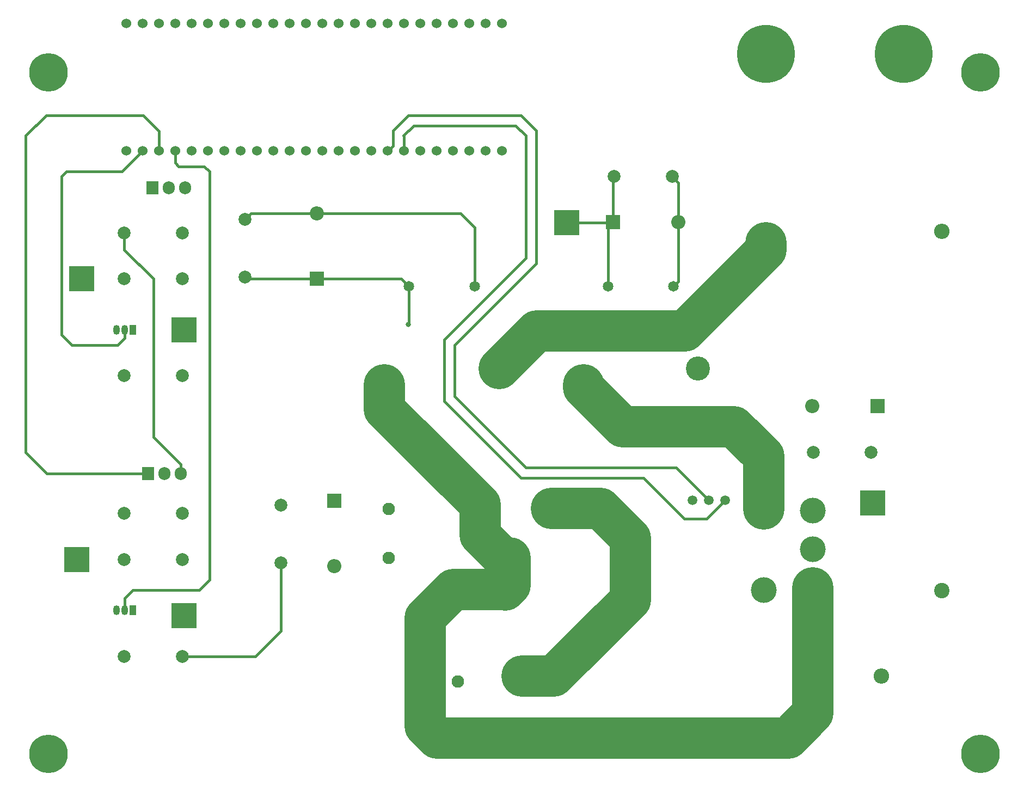
<source format=gbl>
G04 #@! TF.GenerationSoftware,KiCad,Pcbnew,(6.0.6-0)*
G04 #@! TF.CreationDate,2023-03-14T15:48:33-04:00*
G04 #@! TF.ProjectId,mecc-pcb-kicad,6d656363-2d70-4636-922d-6b696361642e,v1*
G04 #@! TF.SameCoordinates,Original*
G04 #@! TF.FileFunction,Copper,L2,Bot*
G04 #@! TF.FilePolarity,Positive*
%FSLAX46Y46*%
G04 Gerber Fmt 4.6, Leading zero omitted, Abs format (unit mm)*
G04 Created by KiCad (PCBNEW (6.0.6-0)) date 2023-03-14 15:48:33*
%MOMM*%
%LPD*%
G01*
G04 APERTURE LIST*
G04 #@! TA.AperFunction,ComponentPad*
%ADD10C,1.950000*%
G04 #@! TD*
G04 #@! TA.AperFunction,ComponentPad*
%ADD11R,2.200000X2.200000*%
G04 #@! TD*
G04 #@! TA.AperFunction,ComponentPad*
%ADD12O,2.200000X2.200000*%
G04 #@! TD*
G04 #@! TA.AperFunction,ComponentPad*
%ADD13R,1.950000X1.950000*%
G04 #@! TD*
G04 #@! TA.AperFunction,ComponentPad*
%ADD14C,2.000000*%
G04 #@! TD*
G04 #@! TA.AperFunction,ComponentPad*
%ADD15R,4.000000X4.000000*%
G04 #@! TD*
G04 #@! TA.AperFunction,ComponentPad*
%ADD16C,3.750000*%
G04 #@! TD*
G04 #@! TA.AperFunction,ComponentPad*
%ADD17C,1.650000*%
G04 #@! TD*
G04 #@! TA.AperFunction,ComponentPad*
%ADD18C,4.000000*%
G04 #@! TD*
G04 #@! TA.AperFunction,ComponentPad*
%ADD19C,1.500000*%
G04 #@! TD*
G04 #@! TA.AperFunction,ComponentPad*
%ADD20C,2.400000*%
G04 #@! TD*
G04 #@! TA.AperFunction,ComponentPad*
%ADD21O,2.400000X2.400000*%
G04 #@! TD*
G04 #@! TA.AperFunction,ComponentPad*
%ADD22R,1.050000X1.500000*%
G04 #@! TD*
G04 #@! TA.AperFunction,ComponentPad*
%ADD23O,1.050000X1.500000*%
G04 #@! TD*
G04 #@! TA.AperFunction,ComponentPad*
%ADD24R,1.905000X2.000000*%
G04 #@! TD*
G04 #@! TA.AperFunction,ComponentPad*
%ADD25O,1.905000X2.000000*%
G04 #@! TD*
G04 #@! TA.AperFunction,ComponentPad*
%ADD26C,1.530000*%
G04 #@! TD*
G04 #@! TA.AperFunction,ViaPad*
%ADD27C,6.000000*%
G04 #@! TD*
G04 #@! TA.AperFunction,ViaPad*
%ADD28C,0.800000*%
G04 #@! TD*
G04 #@! TA.AperFunction,ViaPad*
%ADD29C,9.000000*%
G04 #@! TD*
G04 #@! TA.AperFunction,ViaPad*
%ADD30C,4.000000*%
G04 #@! TD*
G04 #@! TA.AperFunction,Conductor*
%ADD31C,0.400000*%
G04 #@! TD*
G04 #@! TA.AperFunction,Conductor*
%ADD32C,6.450000*%
G04 #@! TD*
G04 APERTURE END LIST*
D10*
G04 #@! TO.P,VESC_TERMINAL1,1,1*
G04 #@! TO.N,VESC_POS*
X130711875Y-127718750D03*
G04 #@! TO.P,VESC_TERMINAL1,2,2*
G04 #@! TO.N,VESC_NEG*
X125631875Y-127718750D03*
G04 #@! TD*
D11*
G04 #@! TO.P,D2,1,K*
G04 #@! TO.N,PRE_LOW_DIS*
X195958125Y-84931250D03*
D12*
G04 #@! TO.P,D2,2,A*
G04 #@! TO.N,SIG_GND*
X185798125Y-84931250D03*
G04 #@! TD*
D13*
G04 #@! TO.P,DISCHARGE_RELAY1,11,COM*
G04 #@! TO.N,VESC_NEG*
X138868750Y-108510000D03*
D10*
G04 #@! TO.P,DISCHARGE_RELAY1,12,NC*
G04 #@! TO.N,Net-(DISCHARGE_RELAY1-Pad12)*
X143908750Y-100890000D03*
G04 #@! TO.P,DISCHARGE_RELAY1,A1,COIL_1*
G04 #@! TO.N,SIG_GND*
X119968750Y-108510000D03*
G04 #@! TO.P,DISCHARGE_RELAY1,A2,COIL_2*
G04 #@! TO.N,PRE_LOW_DIS*
X119968750Y-100890000D03*
G04 #@! TD*
D14*
G04 #@! TO.P,R_RELAY_PULLDOWN1,1*
G04 #@! TO.N,SIG_GND*
X186000000Y-92075000D03*
G04 #@! TO.P,R_RELAY_PULLDOWN1,2*
G04 #@! TO.N,PRE_LOW_DIS*
X195000000Y-92075000D03*
G04 #@! TD*
G04 #@! TO.P,R_RELAY_PULLDOWN3,1*
G04 #@! TO.N,SIG_GND*
X164043750Y-49212500D03*
G04 #@! TO.P,R_RELAY_PULLDOWN3,2*
G04 #@! TO.N,HIGH_SIDE*
X155043750Y-49212500D03*
G04 #@! TD*
D15*
G04 #@! TO.P,TP5,1,1*
G04 #@! TO.N,PRE_LOW_DIS*
X195262500Y-100012500D03*
G04 #@! TD*
G04 #@! TO.P,TP3,1,1*
G04 #@! TO.N,Net-(Q3-Pad2)*
X88106250Y-117475000D03*
G04 #@! TD*
D11*
G04 #@! TO.P,D3,1,K*
G04 #@! TO.N,HIGH_SIDE*
X154841875Y-56281250D03*
D12*
G04 #@! TO.P,D3,2,A*
G04 #@! TO.N,SIG_GND*
X165001875Y-56281250D03*
G04 #@! TD*
D14*
G04 #@! TO.P,RHIGH_10k2,1*
G04 #@! TO.N,SIG_GND*
X87843750Y-123825000D03*
G04 #@! TO.P,RHIGH_10k2,2*
G04 #@! TO.N,PRE_LOW_DIS_STM*
X78843750Y-123825000D03*
G04 #@! TD*
D16*
G04 #@! TO.P,HIGH_SIDE_RELAY1,1,NO*
G04 #@! TO.N,Net-(HIGH_SIDE_RELAY1-Pad1)*
X150271875Y-81562500D03*
G04 #@! TO.P,HIGH_SIDE_RELAY1,2,COM*
G04 #@! TO.N,BATT_POS*
X168071875Y-79062500D03*
D17*
G04 #@! TO.P,HIGH_SIDE_RELAY1,3,COIL_1*
G04 #@! TO.N,HIGH_SIDE*
X154071875Y-66262500D03*
G04 #@! TO.P,HIGH_SIDE_RELAY1,4,COIL_2*
G04 #@! TO.N,SIG_GND*
X164271875Y-66262500D03*
G04 #@! TD*
D14*
G04 #@! TO.P,R_RELAY_PULLDOWN2,1*
G04 #@! TO.N,SIG_GND*
X97631250Y-55825000D03*
G04 #@! TO.P,R_RELAY_PULLDOWN2,2*
G04 #@! TO.N,PRE_LOW_DIS*
X97631250Y-64825000D03*
G04 #@! TD*
G04 #@! TO.P,RHIGH_10k4,1*
G04 #@! TO.N,Net-(Q4-Pad2)*
X87843750Y-65087500D03*
G04 #@! TO.P,RHIGH_10k4,2*
G04 #@! TO.N,Net-(Q2-Pad3)*
X78843750Y-65087500D03*
G04 #@! TD*
G04 #@! TO.P,RHIGH_10k1,1*
G04 #@! TO.N,SIG_GND*
X87843750Y-80168750D03*
G04 #@! TO.P,RHIGH_10k1,2*
G04 #@! TO.N,HIGH_SIDE_STM*
X78843750Y-80168750D03*
G04 #@! TD*
D15*
G04 #@! TO.P,TP4,1,1*
G04 #@! TO.N,Net-(Q4-Pad2)*
X88106250Y-73025000D03*
G04 #@! TD*
D11*
G04 #@! TO.P,D4,1,K*
G04 #@! TO.N,PRE_LOW_DIS*
X111503125Y-99620000D03*
D12*
G04 #@! TO.P,D4,2,A*
G04 #@! TO.N,SIG_GND*
X111503125Y-109780000D03*
G04 #@! TD*
D18*
G04 #@! TO.P,U1,1,GND*
G04 #@! TO.N,unconnected-(U1-Pad1)*
X185913625Y-101156250D03*
G04 #@! TO.P,U1,2,GND*
G04 #@! TO.N,unconnected-(U1-Pad2)*
X185913625Y-107156250D03*
G04 #@! TO.P,U1,3,GND*
G04 #@! TO.N,VESC_NEG*
X185913625Y-113156250D03*
G04 #@! TO.P,U1,4,+IN*
G04 #@! TO.N,Net-(HIGH_SIDE_RELAY1-Pad1)*
X178290625Y-100933250D03*
G04 #@! TO.P,U1,5,+OUT*
G04 #@! TO.N,VESC_POS*
X178290625Y-113506250D03*
D19*
G04 #@! TO.P,U1,6,Iout*
G04 #@! TO.N,BATT_CURR_SENSOR*
X172289025Y-99528250D03*
G04 #@! TO.P,U1,7,Vout*
G04 #@! TO.N,BATT_V_SENSOR*
X169749025Y-99528250D03*
G04 #@! TO.P,U1,8,SIG_GND*
G04 #@! TO.N,SIG_GND*
X167209025Y-99528250D03*
G04 #@! TD*
D11*
G04 #@! TO.P,D1,1,K*
G04 #@! TO.N,PRE_LOW_DIS*
X108743750Y-65087500D03*
D12*
G04 #@! TO.P,D1,2,A*
G04 #@! TO.N,SIG_GND*
X108743750Y-54927500D03*
G04 #@! TD*
D20*
G04 #@! TO.P,R_PRECHARGE1,1*
G04 #@! TO.N,VESC_POS*
X205959375Y-113590000D03*
D21*
G04 #@! TO.P,R_PRECHARGE1,2*
G04 #@! TO.N,Net-(PRECHARGE_RELAY1-Pad3)*
X205959375Y-57710000D03*
G04 #@! TD*
D20*
G04 #@! TO.P,R_DISCHARGE1,1*
G04 #@! TO.N,Net-(DISCHARGE_RELAY1-Pad12)*
X140713125Y-126925000D03*
D21*
G04 #@! TO.P,R_DISCHARGE1,2*
G04 #@! TO.N,VESC_POS*
X196593125Y-126925000D03*
G04 #@! TD*
D22*
G04 #@! TO.P,Q1,1,S*
G04 #@! TO.N,SIG_GND*
X80168750Y-116681250D03*
D23*
G04 #@! TO.P,Q1,2,G*
G04 #@! TO.N,PRE_LOW_DIS_STM*
X78898750Y-116681250D03*
G04 #@! TO.P,Q1,3,D*
G04 #@! TO.N,Net-(Q1-Pad3)*
X77628750Y-116681250D03*
G04 #@! TD*
D15*
G04 #@! TO.P,TP2,1,1*
G04 #@! TO.N,Net-(Q1-Pad3)*
X71437500Y-108743750D03*
G04 #@! TD*
D14*
G04 #@! TO.P,RHIGH_10k3,1*
G04 #@! TO.N,Net-(Q3-Pad2)*
X87843750Y-108743750D03*
G04 #@! TO.P,RHIGH_10k3,2*
G04 #@! TO.N,Net-(Q1-Pad3)*
X78843750Y-108743750D03*
G04 #@! TD*
G04 #@! TO.P,RHIGH_10k5,1*
G04 #@! TO.N,Net-(Q3-Pad2)*
X87843750Y-101600000D03*
G04 #@! TO.P,RHIGH_10k5,2*
G04 #@! TO.N,+5V*
X78843750Y-101600000D03*
G04 #@! TD*
D24*
G04 #@! TO.P,Q3,1,D*
G04 #@! TO.N,+5V*
X82550000Y-95401250D03*
D25*
G04 #@! TO.P,Q3,2,G*
G04 #@! TO.N,Net-(Q3-Pad2)*
X85090000Y-95401250D03*
G04 #@! TO.P,Q3,3,S*
G04 #@! TO.N,PRE_LOW_DIS*
X87630000Y-95401250D03*
G04 #@! TD*
D14*
G04 #@! TO.P,RHIGH_10k6,1*
G04 #@! TO.N,Net-(Q4-Pad2)*
X87843750Y-57943750D03*
G04 #@! TO.P,RHIGH_10k6,2*
G04 #@! TO.N,PRE_LOW_DIS*
X78843750Y-57943750D03*
G04 #@! TD*
D22*
G04 #@! TO.P,Q2,1,S*
G04 #@! TO.N,SIG_GND*
X80168750Y-73025000D03*
D23*
G04 #@! TO.P,Q2,2,G*
G04 #@! TO.N,HIGH_SIDE_STM*
X78898750Y-73025000D03*
G04 #@! TO.P,Q2,3,D*
G04 #@! TO.N,Net-(Q2-Pad3)*
X77628750Y-73025000D03*
G04 #@! TD*
D15*
G04 #@! TO.P,TP1,1,1*
G04 #@! TO.N,Net-(Q2-Pad3)*
X72231250Y-65087500D03*
G04 #@! TD*
G04 #@! TO.P,TP6,1,1*
G04 #@! TO.N,HIGH_SIDE*
X147637500Y-56356250D03*
G04 #@! TD*
D14*
G04 #@! TO.P,R_RELAY_PULLDOWN4,1*
G04 #@! TO.N,PRE_LOW_DIS*
X103187500Y-100275000D03*
G04 #@! TO.P,R_RELAY_PULLDOWN4,2*
G04 #@! TO.N,SIG_GND*
X103187500Y-109275000D03*
G04 #@! TD*
D26*
G04 #@! TO.P,J1,1*
G04 #@! TO.N,unconnected-(J1-Pad1)*
X79124375Y-45212000D03*
G04 #@! TO.P,J1,2*
G04 #@! TO.N,HIGH_SIDE_STM*
X81664375Y-45212000D03*
G04 #@! TO.P,J1,3*
G04 #@! TO.N,+5V*
X84204375Y-45212000D03*
G04 #@! TO.P,J1,4*
G04 #@! TO.N,PRE_LOW_DIS_STM*
X86744375Y-45212000D03*
G04 #@! TO.P,J1,5*
G04 #@! TO.N,unconnected-(J1-Pad5)*
X89284375Y-45212000D03*
G04 #@! TO.P,J1,6*
G04 #@! TO.N,unconnected-(J1-Pad6)*
X91824375Y-45212000D03*
G04 #@! TO.P,J1,7*
G04 #@! TO.N,unconnected-(J1-Pad7)*
X94364375Y-45212000D03*
G04 #@! TO.P,J1,8*
G04 #@! TO.N,unconnected-(J1-Pad8)*
X96904375Y-45212000D03*
G04 #@! TO.P,J1,9*
G04 #@! TO.N,unconnected-(J1-Pad9)*
X99444375Y-45212000D03*
G04 #@! TO.P,J1,10*
G04 #@! TO.N,unconnected-(J1-Pad10)*
X101984375Y-45212000D03*
G04 #@! TO.P,J1,11*
G04 #@! TO.N,unconnected-(J1-Pad11)*
X104524375Y-45212000D03*
G04 #@! TO.P,J1,12*
G04 #@! TO.N,SIG_GND*
X107064375Y-45212000D03*
G04 #@! TO.P,J1,13*
G04 #@! TO.N,unconnected-(J1-Pad13)*
X109604375Y-45212000D03*
G04 #@! TO.P,J1,14*
G04 #@! TO.N,unconnected-(J1-Pad14)*
X112144375Y-45212000D03*
G04 #@! TO.P,J1,15*
G04 #@! TO.N,unconnected-(J1-Pad15)*
X114684375Y-45212000D03*
G04 #@! TO.P,J1,16*
G04 #@! TO.N,unconnected-(J1-Pad16)*
X117224375Y-45212000D03*
G04 #@! TO.P,J1,17*
G04 #@! TO.N,BATT_V_SENSOR*
X119764375Y-45212000D03*
G04 #@! TO.P,J1,18*
G04 #@! TO.N,BATT_CURR_SENSOR*
X122304375Y-45212000D03*
G04 #@! TO.P,J1,19*
G04 #@! TO.N,unconnected-(J1-Pad19)*
X124844375Y-45212000D03*
G04 #@! TO.P,J1,20*
G04 #@! TO.N,unconnected-(J1-Pad20)*
X127384375Y-45212000D03*
G04 #@! TO.P,J1,21*
G04 #@! TO.N,unconnected-(J1-Pad21)*
X129924375Y-45212000D03*
G04 #@! TO.P,J1,22*
G04 #@! TO.N,unconnected-(J1-Pad22)*
X132464375Y-45212000D03*
G04 #@! TO.P,J1,23*
G04 #@! TO.N,unconnected-(J1-Pad23)*
X135004375Y-45212000D03*
G04 #@! TO.P,J1,24*
G04 #@! TO.N,unconnected-(J1-Pad24)*
X137544375Y-45212000D03*
G04 #@! TD*
G04 #@! TO.P,J2,1*
G04 #@! TO.N,unconnected-(J2-Pad1)*
X79124375Y-25400000D03*
G04 #@! TO.P,J2,2*
G04 #@! TO.N,unconnected-(J2-Pad2)*
X81664375Y-25400000D03*
G04 #@! TO.P,J2,3*
G04 #@! TO.N,unconnected-(J2-Pad3)*
X84204375Y-25400000D03*
G04 #@! TO.P,J2,4*
G04 #@! TO.N,unconnected-(J2-Pad4)*
X86744375Y-25400000D03*
G04 #@! TO.P,J2,5*
G04 #@! TO.N,unconnected-(J2-Pad5)*
X89284375Y-25400000D03*
G04 #@! TO.P,J2,6*
G04 #@! TO.N,unconnected-(J2-Pad6)*
X91824375Y-25400000D03*
G04 #@! TO.P,J2,7*
G04 #@! TO.N,unconnected-(J2-Pad7)*
X94364375Y-25400000D03*
G04 #@! TO.P,J2,8*
G04 #@! TO.N,unconnected-(J2-Pad8)*
X96904375Y-25400000D03*
G04 #@! TO.P,J2,9*
G04 #@! TO.N,unconnected-(J2-Pad9)*
X99444375Y-25400000D03*
G04 #@! TO.P,J2,10*
G04 #@! TO.N,unconnected-(J2-Pad10)*
X101984375Y-25400000D03*
G04 #@! TO.P,J2,11*
G04 #@! TO.N,unconnected-(J2-Pad11)*
X104524375Y-25400000D03*
G04 #@! TO.P,J2,12*
G04 #@! TO.N,unconnected-(J2-Pad12)*
X107064375Y-25400000D03*
G04 #@! TO.P,J2,13*
G04 #@! TO.N,unconnected-(J2-Pad13)*
X109604375Y-25400000D03*
G04 #@! TO.P,J2,14*
G04 #@! TO.N,unconnected-(J2-Pad14)*
X112144375Y-25400000D03*
G04 #@! TO.P,J2,15*
G04 #@! TO.N,unconnected-(J2-Pad15)*
X114684375Y-25400000D03*
G04 #@! TO.P,J2,16*
G04 #@! TO.N,unconnected-(J2-Pad16)*
X117224375Y-25400000D03*
G04 #@! TO.P,J2,17*
G04 #@! TO.N,unconnected-(J2-Pad17)*
X119764375Y-25400000D03*
G04 #@! TO.P,J2,18*
G04 #@! TO.N,unconnected-(J2-Pad18)*
X122304375Y-25400000D03*
G04 #@! TO.P,J2,19*
G04 #@! TO.N,unconnected-(J2-Pad19)*
X124844375Y-25400000D03*
G04 #@! TO.P,J2,20*
G04 #@! TO.N,unconnected-(J2-Pad20)*
X127384375Y-25400000D03*
G04 #@! TO.P,J2,21*
G04 #@! TO.N,unconnected-(J2-Pad21)*
X129924375Y-25400000D03*
G04 #@! TO.P,J2,22*
G04 #@! TO.N,unconnected-(J2-Pad22)*
X132464375Y-25400000D03*
G04 #@! TO.P,J2,23*
G04 #@! TO.N,unconnected-(J2-Pad23)*
X135004375Y-25400000D03*
G04 #@! TO.P,J2,24*
G04 #@! TO.N,unconnected-(J2-Pad24)*
X137544375Y-25400000D03*
G04 #@! TD*
D16*
G04 #@! TO.P,LOW_SIDE_RELAY1,1,NO*
G04 #@! TO.N,VESC_NEG*
X119315625Y-81562500D03*
G04 #@! TO.P,LOW_SIDE_RELAY1,2,COM*
G04 #@! TO.N,Net-(FUSE_HOLDER1-Pad2)*
X137115625Y-79062500D03*
D17*
G04 #@! TO.P,LOW_SIDE_RELAY1,3,COIL_1*
G04 #@! TO.N,PRE_LOW_DIS*
X123115625Y-66262500D03*
G04 #@! TO.P,LOW_SIDE_RELAY1,4,COIL_2*
G04 #@! TO.N,SIG_GND*
X133315625Y-66262500D03*
G04 #@! TD*
D24*
G04 #@! TO.P,Q4,1,D*
G04 #@! TO.N,PRE_LOW_DIS*
X83185000Y-50951250D03*
D25*
G04 #@! TO.P,Q4,2,G*
G04 #@! TO.N,Net-(Q4-Pad2)*
X85725000Y-50951250D03*
G04 #@! TO.P,Q4,3,S*
G04 #@! TO.N,HIGH_SIDE*
X88265000Y-50951250D03*
G04 #@! TD*
D27*
G04 #@! TO.N,*
X212000000Y-33000000D03*
X67000000Y-33000000D03*
X67000000Y-139000000D03*
X212000000Y-139000000D03*
D28*
G04 #@! TO.N,PRE_LOW_DIS*
X123031250Y-72231250D03*
D29*
G04 #@! TO.N,BATT_POS*
X200025000Y-30162500D03*
G04 #@! TO.N,BATT_NEG*
X178593750Y-30162500D03*
D30*
G04 #@! TO.N,Net-(FUSE_HOLDER1-Pad2)*
X178593750Y-59531250D03*
G04 #@! TD*
D31*
G04 #@! TO.N,PRE_LOW_DIS_STM*
X86744375Y-45212000D02*
X86744375Y-47056875D01*
X92075000Y-48418750D02*
X92075000Y-111918750D01*
X87312500Y-47625000D02*
X91281250Y-47625000D01*
X78898750Y-114776250D02*
X78898750Y-116681250D01*
X91281250Y-47625000D02*
X92075000Y-48418750D01*
X86744375Y-47056875D02*
X87312500Y-47625000D01*
X92075000Y-111918750D02*
X90487500Y-113506250D01*
X90487500Y-113506250D02*
X80168750Y-113506250D01*
X80168750Y-113506250D02*
X78898750Y-114776250D01*
G04 #@! TO.N,+5V*
X84204375Y-45212000D02*
X84204375Y-42135625D01*
X63500000Y-42862500D02*
X63500000Y-92075000D01*
X84204375Y-42135625D02*
X81756250Y-39687500D01*
X63500000Y-92075000D02*
X66826250Y-95401250D01*
X66675000Y-39687500D02*
X63500000Y-42862500D01*
X66826250Y-95401250D02*
X82550000Y-95401250D01*
X81756250Y-39687500D02*
X66675000Y-39687500D01*
G04 #@! TO.N,PRE_LOW_DIS*
X97893750Y-65087500D02*
X97631250Y-64825000D01*
X78843750Y-57943750D02*
X78843750Y-60587500D01*
X123031250Y-72231250D02*
X123115625Y-72146875D01*
X87630000Y-93980000D02*
X87630000Y-95401250D01*
X121940625Y-65087500D02*
X123115625Y-66262500D01*
X123115625Y-72146875D02*
X123115625Y-66262500D01*
X83343750Y-89693750D02*
X87630000Y-93980000D01*
X108743750Y-65087500D02*
X121940625Y-65087500D01*
X108743750Y-65087500D02*
X97893750Y-65087500D01*
X78843750Y-60587500D02*
X83343750Y-65087500D01*
X83343750Y-65087500D02*
X83343750Y-89693750D01*
G04 #@! TO.N,HIGH_SIDE*
X154841880Y-49414379D02*
X155043759Y-49212500D01*
X154071875Y-66262500D02*
X154071875Y-57051250D01*
X154071875Y-57051250D02*
X154841875Y-56281250D01*
X147637500Y-56356250D02*
X154766875Y-56356250D01*
X154841875Y-56281250D02*
X154841875Y-49414375D01*
D32*
G04 #@! TO.N,VESC_NEG*
X134143750Y-104956875D02*
X134143750Y-100231875D01*
X138112500Y-113506250D02*
X138868750Y-112750000D01*
X119315625Y-85403750D02*
X119315625Y-81562500D01*
X185913625Y-113156250D02*
X185913625Y-132683250D01*
X127453125Y-136525000D02*
X125631875Y-134703750D01*
X138868750Y-108510000D02*
X137696875Y-108510000D01*
X138037500Y-113431250D02*
X138112500Y-113506250D01*
X125631875Y-134703750D02*
X125631875Y-127718750D01*
X137696875Y-108510000D02*
X134143750Y-104956875D01*
X125631875Y-117875000D02*
X130075625Y-113431250D01*
X134143750Y-100231875D02*
X119315625Y-85403750D01*
X185913625Y-132683250D02*
X182071875Y-136525000D01*
X125631875Y-127718750D02*
X125631875Y-117875000D01*
X138868750Y-112750000D02*
X138868750Y-108510000D01*
X130075625Y-113431250D02*
X138037500Y-113431250D01*
X182071875Y-136525000D02*
X127453125Y-136525000D01*
D31*
G04 #@! TO.N,BATT_V_SENSOR*
X142875000Y-62706250D02*
X142875000Y-42068750D01*
X169749025Y-99528250D02*
X164677025Y-94456250D01*
X119888000Y-45212000D02*
X119764375Y-45212000D01*
X140493750Y-39687500D02*
X123031250Y-39687500D01*
X120650000Y-44450000D02*
X119888000Y-45212000D01*
X130175000Y-75406250D02*
X142875000Y-62706250D01*
X120650000Y-42068750D02*
X120650000Y-44450000D01*
X123031250Y-39687500D02*
X120650000Y-42068750D01*
X164677025Y-94456250D02*
X141287500Y-94456250D01*
X142875000Y-42068750D02*
X140493750Y-39687500D01*
X130175000Y-83343750D02*
X130175000Y-75406250D01*
X141287500Y-94456250D02*
X130175000Y-83343750D01*
G04 #@! TO.N,BATT_CURR_SENSOR*
X128587500Y-74612500D02*
X141287500Y-61912500D01*
X122237500Y-42862500D02*
X122304375Y-42929375D01*
X139700000Y-41275000D02*
X123825000Y-41275000D01*
X122304375Y-42929375D02*
X122304375Y-45212000D01*
X128587500Y-84137500D02*
X128587500Y-74612500D01*
X141287500Y-61912500D02*
X141287500Y-42862500D01*
X140493750Y-96043750D02*
X128587500Y-84137500D01*
X159543750Y-96043750D02*
X140493750Y-96043750D01*
X169423525Y-102393750D02*
X165893750Y-102393750D01*
X165893750Y-102393750D02*
X159543750Y-96043750D01*
X123825000Y-41275000D02*
X122237500Y-42862500D01*
X141287500Y-42862500D02*
X139700000Y-41275000D01*
X172289025Y-99528250D02*
X169423525Y-102393750D01*
G04 #@! TO.N,HIGH_SIDE_STM*
X70643750Y-75406250D02*
X77787500Y-75406250D01*
X69056250Y-73818750D02*
X70643750Y-75406250D01*
X81664375Y-45212000D02*
X78457625Y-48418750D01*
X78457625Y-48418750D02*
X69850000Y-48418750D01*
X78898750Y-74295000D02*
X78898750Y-73025000D01*
X69056250Y-49212500D02*
X69056250Y-73818750D01*
X77787500Y-75406250D02*
X78898750Y-74295000D01*
X69850000Y-48418750D02*
X69056250Y-49212500D01*
D32*
G04 #@! TO.N,Net-(DISCHARGE_RELAY1-Pad12)*
X157540625Y-115018750D02*
X145634375Y-126925000D01*
X145256250Y-100806250D02*
X152853125Y-100806250D01*
X145634375Y-126925000D02*
X140713125Y-126925000D01*
X157540625Y-105493750D02*
X157540625Y-115018750D01*
X152853125Y-100806250D02*
X157540625Y-105493750D01*
D31*
G04 #@! TO.N,SIG_GND*
X165001875Y-56281250D02*
X165001875Y-50170625D01*
X131127500Y-54927500D02*
X133350000Y-57150000D01*
X108743750Y-54927500D02*
X131127500Y-54927500D01*
X99218750Y-123825000D02*
X103187500Y-119856250D01*
X87843750Y-123825000D02*
X99218750Y-123825000D01*
X164271884Y-66262504D02*
X165001880Y-65532508D01*
X108743750Y-54927500D02*
X98528750Y-54927500D01*
X98528750Y-54927500D02*
X97631250Y-55825000D01*
X165001875Y-65532500D02*
X165001875Y-56281250D01*
X103187500Y-119856250D02*
X103187500Y-109275000D01*
X133315625Y-57184375D02*
X133315625Y-66262500D01*
X165001880Y-50170613D02*
X164043741Y-49212500D01*
X133350000Y-57150000D02*
X133315625Y-57184375D01*
D32*
G04 #@! TO.N,Net-(FUSE_HOLDER1-Pad2)*
X178593750Y-59531250D02*
X178593750Y-60628125D01*
X166029375Y-73192500D02*
X142985625Y-73192500D01*
X178593750Y-60628125D02*
X166029375Y-73192500D01*
X142985625Y-73192500D02*
X137115625Y-79062500D01*
G04 #@! TO.N,Net-(HIGH_SIDE_RELAY1-Pad1)*
X173660003Y-88106250D02*
X178290625Y-92736872D01*
X150271875Y-82009375D02*
X156368750Y-88106250D01*
X178290625Y-92736872D02*
X178290625Y-100933250D01*
X150271875Y-81562500D02*
X150271875Y-82009375D01*
X156368750Y-88106250D02*
X173660003Y-88106250D01*
G04 #@! TD*
M02*

</source>
